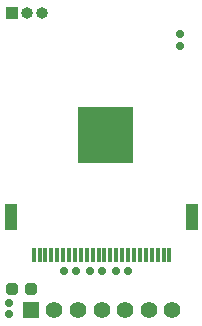
<source format=gbr>
%TF.GenerationSoftware,KiCad,Pcbnew,9.0.0*%
%TF.CreationDate,2025-04-16T21:25:52-04:00*%
%TF.ProjectId,ESP32_S3_CAM,45535033-325f-4533-935f-43414d2e6b69,rev?*%
%TF.SameCoordinates,Original*%
%TF.FileFunction,Soldermask,Bot*%
%TF.FilePolarity,Negative*%
%FSLAX46Y46*%
G04 Gerber Fmt 4.6, Leading zero omitted, Abs format (unit mm)*
G04 Created by KiCad (PCBNEW 9.0.0) date 2025-04-16 21:25:52*
%MOMM*%
%LPD*%
G01*
G04 APERTURE LIST*
G04 Aperture macros list*
%AMRoundRect*
0 Rectangle with rounded corners*
0 $1 Rounding radius*
0 $2 $3 $4 $5 $6 $7 $8 $9 X,Y pos of 4 corners*
0 Add a 4 corners polygon primitive as box body*
4,1,4,$2,$3,$4,$5,$6,$7,$8,$9,$2,$3,0*
0 Add four circle primitives for the rounded corners*
1,1,$1+$1,$2,$3*
1,1,$1+$1,$4,$5*
1,1,$1+$1,$6,$7*
1,1,$1+$1,$8,$9*
0 Add four rect primitives between the rounded corners*
20,1,$1+$1,$2,$3,$4,$5,0*
20,1,$1+$1,$4,$5,$6,$7,0*
20,1,$1+$1,$6,$7,$8,$9,0*
20,1,$1+$1,$8,$9,$2,$3,0*%
G04 Aperture macros list end*
%ADD10C,0.100000*%
%ADD11R,1.000000X1.000000*%
%ADD12O,1.000000X1.000000*%
%ADD13R,1.400000X1.400000*%
%ADD14C,1.400000*%
%ADD15RoundRect,0.244000X0.244000X0.269000X-0.244000X0.269000X-0.244000X-0.269000X0.244000X-0.269000X0*%
%ADD16RoundRect,0.159000X0.189000X-0.159000X0.189000X0.159000X-0.189000X0.159000X-0.189000X-0.159000X0*%
%ADD17RoundRect,0.159000X0.159000X0.189000X-0.159000X0.189000X-0.159000X-0.189000X0.159000X-0.189000X0*%
%ADD18RoundRect,0.159000X-0.159000X-0.189000X0.159000X-0.189000X0.159000X0.189000X-0.159000X0.189000X0*%
%ADD19R,0.300000X1.300000*%
%ADD20R,1.000000X2.200000*%
%ADD21RoundRect,0.159000X-0.189000X0.159000X-0.189000X-0.159000X0.189000X-0.159000X0.189000X0.159000X0*%
G04 APERTURE END LIST*
D10*
X158500000Y-80320000D02*
X163100000Y-80320000D01*
X163100000Y-84920000D01*
X158500000Y-84920000D01*
X158500000Y-80320000D01*
G36*
X158500000Y-80320000D02*
G01*
X163100000Y-80320000D01*
X163100000Y-84920000D01*
X158500000Y-84920000D01*
X158500000Y-80320000D01*
G37*
D11*
%TO.C,J3*%
X152960000Y-72360000D03*
D12*
X154230000Y-72360000D03*
X155500000Y-72360000D03*
%TD*%
D13*
%TO.C,J2*%
X154500000Y-97470000D03*
D14*
X156500000Y-97470000D03*
X158500000Y-97470000D03*
X160500000Y-97470000D03*
X162500000Y-97470000D03*
X164500000Y-97470000D03*
X166500000Y-97470000D03*
%TD*%
D15*
%TO.C,C18*%
X154490000Y-95660000D03*
X152930000Y-95660000D03*
%TD*%
D16*
%TO.C,R8*%
X152660000Y-97850000D03*
X152660000Y-96850000D03*
%TD*%
D17*
%TO.C,C20*%
X160540000Y-94180000D03*
X159540000Y-94180000D03*
%TD*%
D18*
%TO.C,C21*%
X161750000Y-94180000D03*
X162750000Y-94180000D03*
%TD*%
D19*
%TO.C,J1*%
X154750000Y-92810000D03*
X155250000Y-92810000D03*
X155750000Y-92810000D03*
X156250000Y-92810000D03*
X156750000Y-92810000D03*
X157250000Y-92810000D03*
X157750000Y-92810000D03*
X158250000Y-92810000D03*
X158750000Y-92810000D03*
X159250000Y-92810000D03*
X159750000Y-92810000D03*
X160250000Y-92810000D03*
X160750000Y-92810000D03*
X161250000Y-92810000D03*
X161750000Y-92810000D03*
X162250000Y-92810000D03*
X162750000Y-92810000D03*
X163250000Y-92810000D03*
X163750000Y-92810000D03*
X164250000Y-92810000D03*
X164750000Y-92810000D03*
X165250000Y-92810000D03*
X165750000Y-92810000D03*
X166250000Y-92810000D03*
D20*
X168150000Y-89560000D03*
X152850000Y-89560000D03*
%TD*%
D17*
%TO.C,R6*%
X158300000Y-94180000D03*
X157300000Y-94180000D03*
%TD*%
D21*
%TO.C,C15*%
X167150000Y-74080000D03*
X167150000Y-75080000D03*
%TD*%
M02*

</source>
